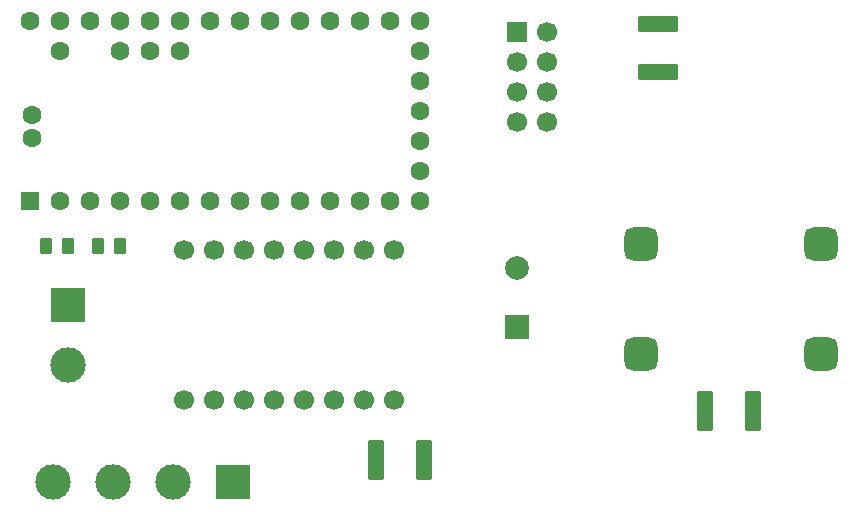
<source format=gts>
%TF.GenerationSoftware,KiCad,Pcbnew,(6.0.6)*%
%TF.CreationDate,2022-07-07T23:48:31-04:00*%
%TF.ProjectId,Autohelm_Thruster,4175746f-6865-46c6-9d5f-546872757374,rev?*%
%TF.SameCoordinates,Original*%
%TF.FileFunction,Soldermask,Top*%
%TF.FilePolarity,Negative*%
%FSLAX46Y46*%
G04 Gerber Fmt 4.6, Leading zero omitted, Abs format (unit mm)*
G04 Created by KiCad (PCBNEW (6.0.6)) date 2022-07-07 23:48:31*
%MOMM*%
%LPD*%
G01*
G04 APERTURE LIST*
G04 Aperture macros list*
%AMRoundRect*
0 Rectangle with rounded corners*
0 $1 Rounding radius*
0 $2 $3 $4 $5 $6 $7 $8 $9 X,Y pos of 4 corners*
0 Add a 4 corners polygon primitive as box body*
4,1,4,$2,$3,$4,$5,$6,$7,$8,$9,$2,$3,0*
0 Add four circle primitives for the rounded corners*
1,1,$1+$1,$2,$3*
1,1,$1+$1,$4,$5*
1,1,$1+$1,$6,$7*
1,1,$1+$1,$8,$9*
0 Add four rect primitives between the rounded corners*
20,1,$1+$1,$2,$3,$4,$5,0*
20,1,$1+$1,$4,$5,$6,$7,0*
20,1,$1+$1,$6,$7,$8,$9,0*
20,1,$1+$1,$8,$9,$2,$3,0*%
G04 Aperture macros list end*
%ADD10RoundRect,0.250000X-0.262500X-0.450000X0.262500X-0.450000X0.262500X0.450000X-0.262500X0.450000X0*%
%ADD11RoundRect,0.249999X0.450001X1.450001X-0.450001X1.450001X-0.450001X-1.450001X0.450001X-1.450001X0*%
%ADD12RoundRect,0.700000X0.700000X-0.700000X0.700000X0.700000X-0.700000X0.700000X-0.700000X-0.700000X0*%
%ADD13RoundRect,0.249999X1.450001X-0.450001X1.450001X0.450001X-1.450001X0.450001X-1.450001X-0.450001X0*%
%ADD14R,2.000000X2.000000*%
%ADD15C,2.000000*%
%ADD16R,3.000000X3.000000*%
%ADD17C,3.000000*%
%ADD18R,1.700000X1.700000*%
%ADD19C,1.700000*%
%ADD20R,1.600000X1.600000*%
%ADD21C,1.600000*%
G04 APERTURE END LIST*
D10*
%TO.C,R2*%
X80087500Y-113500000D03*
X81912500Y-113500000D03*
%TD*%
D11*
%TO.C,C4*%
X107710000Y-131610000D03*
X103610000Y-131610000D03*
%TD*%
D12*
%TO.C,U1*%
X126000000Y-113350000D03*
X126000000Y-122650000D03*
X141300000Y-113350000D03*
X141300000Y-122650000D03*
%TD*%
D13*
%TO.C,C1*%
X127500000Y-98800000D03*
X127500000Y-94700000D03*
%TD*%
D10*
%TO.C,R1*%
X75675000Y-113500000D03*
X77500000Y-113500000D03*
%TD*%
D11*
%TO.C,C2*%
X135550000Y-127500000D03*
X131450000Y-127500000D03*
%TD*%
D14*
%TO.C,C3*%
X115500000Y-120367677D03*
D15*
X115500000Y-115367677D03*
%TD*%
D16*
%TO.C,Battery_In1*%
X77500000Y-118500000D03*
D17*
X77500000Y-123580000D03*
%TD*%
D18*
%TO.C,U2*%
X115500000Y-95375000D03*
D19*
X118040000Y-95375000D03*
X115500000Y-97915000D03*
X118040000Y-97915000D03*
X115500000Y-100455000D03*
X118040000Y-100455000D03*
X115500000Y-102995000D03*
X118040000Y-102995000D03*
%TD*%
D20*
%TO.C,U3*%
X74300000Y-109740000D03*
D21*
X76840000Y-109740000D03*
X79380000Y-109740000D03*
X81920000Y-109740000D03*
X84460000Y-109740000D03*
X87000000Y-109740000D03*
X89540000Y-109740000D03*
X92080000Y-109740000D03*
X94620000Y-109740000D03*
X97160000Y-109740000D03*
X99700000Y-109740000D03*
X102240000Y-109740000D03*
X104780000Y-109740000D03*
X107320000Y-109740000D03*
X107320000Y-107200000D03*
X107320000Y-104660000D03*
X107320000Y-102120000D03*
X107320000Y-99580000D03*
X107320000Y-97040000D03*
X107320000Y-94500000D03*
X104780000Y-94500000D03*
X102240000Y-94500000D03*
X99700000Y-94500000D03*
X97160000Y-94500000D03*
X94620000Y-94500000D03*
X92080000Y-94500000D03*
X89540000Y-94500000D03*
X87000000Y-94500000D03*
X84460000Y-94500000D03*
X81920000Y-94500000D03*
X79380000Y-94500000D03*
X76840000Y-94500000D03*
X74300000Y-94500000D03*
X76840000Y-97040000D03*
X81920000Y-97040000D03*
X84460000Y-97040000D03*
X87000000Y-97040000D03*
X74477800Y-104406000D03*
X74477800Y-102424800D03*
%TD*%
D19*
%TO.C,U4*%
X105090000Y-113850000D03*
X102550000Y-113850000D03*
X100010000Y-113850000D03*
X97470000Y-113850000D03*
X94930000Y-113850000D03*
X92390000Y-113850000D03*
X89850000Y-113850000D03*
X87310000Y-113850000D03*
X105090000Y-126550000D03*
X102550000Y-126550000D03*
X100010000Y-126550000D03*
X97470000Y-126550000D03*
X94930000Y-126550000D03*
X92390000Y-126550000D03*
X89850000Y-126550000D03*
X87310000Y-126550000D03*
%TD*%
D16*
%TO.C,MOTOR OUT*%
X91500000Y-133500000D03*
D17*
X86420000Y-133500000D03*
X81340000Y-133500000D03*
X76260000Y-133500000D03*
%TD*%
M02*

</source>
